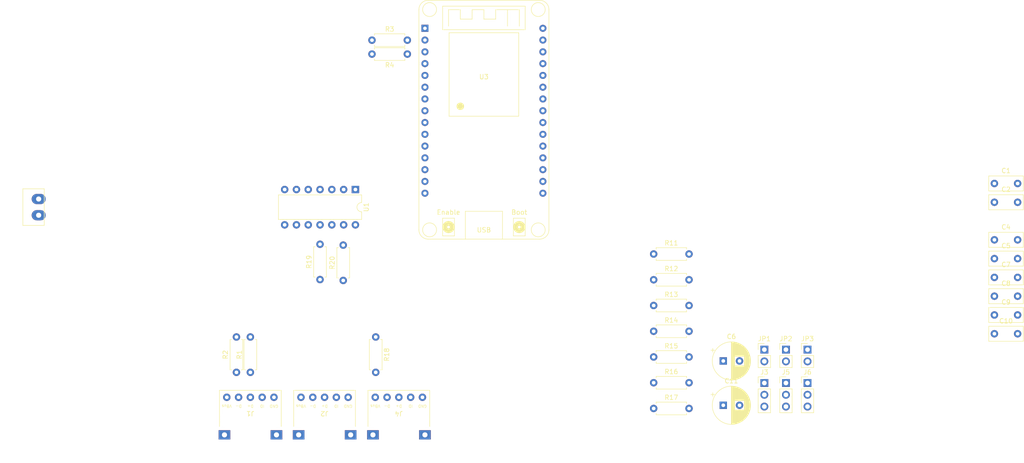
<source format=kicad_pcb>
(kicad_pcb (version 20221018) (generator pcbnew)
  (layers (0 "F.Cu" signal) (31 "B.Cu" signal) (34 "B.Paste" user) (35 "F.Paste" user) (36 "B.SilkS" user "B.Silkscreen") (37 "F.SilkS" user "F.Silkscreen") (38 "B.Mask" user) (39 "F.Mask" user) (44 "Edge.Cuts" user))
  (net 0 "")
  (net 1 "Net-(R1-Pad2)")
  (net 2 "/X_CLOCK_IN")
  (net 3 "Net-(R2-Pad2)")
  (net 4 "/X_DATA")
  (net 5 "Net-(J1-VBUS)")
  (net 6 "/Y_CLOCK_IN")
  (net 7 "GND")
  (net 8 "/Y_DATA")
  (net 9 "+5V")
  (net 10 "Net-(J2-VBUS)")
  (net 11 "Net-(J4-VBUS)")
  (net 12 "+3V3")
  (net 28 "Net-(R15-Pad2)")
  (net 29 "/Z_CLOCK_IN")
  (net 30 "Net-(R16-Pad2)")
  (net 31 "/Z_DATA")
  (net 32 "Net-(R19-Pad2)")
  (net 33 "Net-(R20-Pad2)")
  (net 34 "/X_D")
  (net 35 "/X_CLK")
  (net 37 "/Y_D")
  (net 38 "/Y_CLK")
  (net 40 "/Z_D")
  (net 41 "/Z_CLK")
  (net 43 "/Y_CLOCK_OUT")
  (net 44 "/Z_CLOCK_OUT")
  (net 45 "/X_CLOCK_OUT")
  (net 46 "/SEN_VP")
  (net 47 "/SEN_VN")
  (footprint "Capacitor_THT:C_Rect_L7.2mm_W3.0mm_P5.00mm_FKS2_FKP2_MKS2_MKP2" (layer "F.Cu") (at 276.93 74.89)
    (fp_text reference "C4" (at 2.5 -2.75) (layer "F.SilkS"))
    (fp_text value "100n")
    (pad "1" thru_hole circle (at 0 0) (size 1.6 1.6) (drill 0.8) (layers "*.Cu" "*.Mask") (net 12 "+3V3"))
    (pad "2" thru_hole circle (at 5 0) (size 1.6 1.6) (drill 0.8) (layers "*.Cu" "*.Mask") (net 7 "GND"))
  )
  (footprint "Capacitor_THT:CP_Radial_D8.0mm_P3.50mm" (layer "F.Cu") (at 218.534698 101.01)
    (fp_text reference "C6" (at 1.75 -5.25) (layer "F.SilkS"))
    (fp_text value "47u")
    (pad "1" thru_hole rect (at 0 0) (size 1.6 1.6) (drill 0.8) (layers "*.Cu" "*.Mask") (net 9 "+5V"))
    (pad "2" thru_hole circle (at 3.5 0) (size 1.6 1.6) (drill 0.8) (layers "*.Cu" "*.Mask") (net 7 "GND"))
  )
  (footprint "Resistor_THT:R_Axial_DIN0207_L6.3mm_D2.5mm_P7.62mm_Horizontal" (layer "F.Cu") (at 203.54 89.05)
    (fp_text reference "R13" (at 3.81 -2.37) (layer "F.SilkS"))
    (fp_text value "47K")
    (pad "1" thru_hole circle (at 0 0) (size 1.6 1.6) (drill 0.8) (layers "*.Cu" "*.Mask") (net 38 "/Y_CLK"))
    (pad "2" thru_hole oval (at 7.62 0) (size 1.6 1.6) (drill 0.8) (layers "*.Cu" "*.Mask") (net 10 "Net-(J2-VBUS)"))
  )
  (footprint "Capacitor_THT:C_Rect_L7.2mm_W3.0mm_P5.00mm_FKS2_FKP2_MKS2_MKP2" (layer "F.Cu") (at 276.93 78.94)
    (fp_text reference "C5" (at 2.5 -2.75) (layer "F.SilkS"))
    (fp_text value "100n")
    (pad "1" thru_hole circle (at 0 0) (size 1.6 1.6) (drill 0.8) (layers "*.Cu" "*.Mask") (net 12 "+3V3"))
    (pad "2" thru_hole circle (at 5 0) (size 1.6 1.6) (drill 0.8) (layers "*.Cu" "*.Mask") (net 7 "GND"))
  )
  (footprint "MicroUSB-Breakout:MicroUSB" (layer "F.Cu") (at 148.66 108.84 90)
    (fp_text reference "J4" (at -3.5 0 180 unlocked) (layer "F.SilkS"))
    (fp_text value "USB_B_Micro" hide)
    (fp_text user "D-" (at -1.905 -2.54 180 unlocked) (layer "F.SilkS") (effects (font (size 0.6 0.6) (thickness 0.0875))))
    (fp_text user "GND" (at -1.905 5.08 180 unlocked) (layer "F.SilkS") (effects (font (size 0.6 0.6) (thickness 0.0875))))
    (fp_text user "D+" (at -1.905 0 180 unlocked) (layer "F.SilkS") (effects (font (size 0.6 0.6) (thickness 0.0875))))
    (fp_text user "VBus" (at -1.905 -5.08 180 unlocked) (layer "F.SilkS") (effects (font (size 0.6 0.6) (thickness 0.0875))))
    (fp_text user "ID" (at -1.905 2.54 180 unlocked) (layer "F.SilkS") (effects (font (size 0.6 0.6) (thickness 0.0875))))
    (pad "" np_thru_hole circle (at -4.8 -4.5 90) (size 3 3) (drill 3) (layers "F&B.Cu" "*.Mask"))
    (pad "" np_thru_hole circle (at -4.8 4.5 90) (size 3 3) (drill 3) (layers "F&B.Cu" "*.Mask"))
    (pad "1" thru_hole circle (at 0 -5.08 90) (size 1.6 1.6) (drill 0.8) (layers "*.Cu" "*.Mask") (net 11 "Net-(J4-VBUS)"))
    (pad "2" thru_hole circle (at 0 -2.54 90) (size 1.6 1.6) (drill 0.8) (layers "*.Cu" "*.Mask") (net 40 "/Z_D"))
    (pad "3" thru_hole circle (at 0 0 90) (size 1.6 1.6) (drill 0.8) (layers "*.Cu" "*.Mask") (net 41 "/Z_CLK"))
    (pad "4" thru_hole circle (at 0 2.54 90) (size 1.6 1.6) (drill 0.8) (layers "*.Cu" "*.Mask"))
    (pad "5" thru_hole circle (at 0 5.08 90) (size 1.6 1.6) (drill 0.8) (layers "*.Cu" "*.Mask") (net 7 "GND"))
    (pad "6" thru_hole rect (at -8.1 -5.58 90) (size 2 2.5) (drill 1.1) (layers "*.Cu" "*.Mask") (net 7 "GND"))
    (pad "6" thru_hole rect (at -8.1 5.62 90) (size 2 2.5) (drill 1.1) (layers "*.Cu" "*.Mask") (net 7 "GND"))
  )
  (footprint "Resistor_THT:R_Axial_DIN0207_L6.3mm_D2.5mm_P7.62mm_Horizontal" (layer "F.Cu") (at 113.68 103.46 90)
    (fp_text reference "R2" (at 3.81 -2.37 90) (layer "F.SilkS"))
    (fp_text value "4K7")
    (pad "1" thru_hole circle (at 0 0 90) (size 1.6 1.6) (drill 0.8) (layers "*.Cu" "*.Mask") (net 34 "/X_D"))
    (pad "2" thru_hole oval (at 7.62 0 90) (size 1.6 1.6) (drill 0.8) (layers "*.Cu" "*.Mask") (net 3 "Net-(R2-Pad2)"))
  )
  (footprint "Resistor_THT:R_Axial_DIN0207_L6.3mm_D2.5mm_P7.62mm_Horizontal" (layer "F.Cu") (at 203.54 83.5)
    (fp_text reference "R12" (at 3.81 -2.37) (layer "F.SilkS"))
    (fp_text value "47K")
    (pad "1" thru_hole circle (at 0 0) (size 1.6 1.6) (drill 0.8) (layers "*.Cu" "*.Mask") (net 34 "/X_D"))
    (pad "2" thru_hole oval (at 7.62 0) (size 1.6 1.6) (drill 0.8) (layers "*.Cu" "*.Mask") (net 5 "Net-(J1-VBUS)"))
  )
  (footprint "Capacitor_THT:C_Rect_L7.2mm_W3.0mm_P5.00mm_FKS2_FKP2_MKS2_MKP2" (layer "F.Cu") (at 276.93 62.74)
    (fp_text reference "C1" (at 2.5 -2.75) (layer "F.SilkS"))
    (fp_text value "100n")
    (pad "1" thru_hole circle (at 0 0) (size 1.6 1.6) (drill 0.8) (layers "*.Cu" "*.Mask") (net 12 "+3V3"))
    (pad "2" thru_hole circle (at 5 0) (size 1.6 1.6) (drill 0.8) (layers "*.Cu" "*.Mask") (net 7 "GND"))
  )
  (footprint "Connector_PinHeader_2.54mm:PinHeader_1x03_P2.54mm_Vertical" (layer "F.Cu") (at 227.38 105.76)
    (fp_text reference "J3" (at 0 -2.33) (layer "F.SilkS"))
    (fp_text value "Conn_01x03")
    (pad "1" thru_hole rect (at 0 0) (size 1.7 1.7) (drill 1) (layers "*.Cu" "*.Mask") (net 9 "+5V"))
    (pad "2" thru_hole oval (at 0 2.54) (size 1.7 1.7) (drill 1) (layers "*.Cu" "*.Mask") (net 10 "Net-(J2-VBUS)"))
    (pad "3" thru_hole oval (at 0 5.08) (size 1.7 1.7) (drill 1) (layers "*.Cu" "*.Mask") (net 12 "+3V3"))
  )
  (footprint "Connector_PinHeader_2.54mm:PinHeader_1x03_P2.54mm_Vertical" (layer "F.Cu") (at 236.68 105.76)
    (fp_text reference "J6" (at 0 -2.33) (layer "F.SilkS"))
    (fp_text value "Conn_01x03")
    (pad "1" thru_hole rect (at 0 0) (size 1.7 1.7) (drill 1) (layers "*.Cu" "*.Mask") (net 9 "+5V"))
    (pad "2" thru_hole oval (at 0 2.54) (size 1.7 1.7) (drill 1) (layers "*.Cu" "*.Mask") (net 11 "Net-(J4-VBUS)"))
    (pad "3" thru_hole oval (at 0 5.08) (size 1.7 1.7) (drill 1) (layers "*.Cu" "*.Mask") (net 12 "+3V3"))
  )
  (footprint "Capacitor_THT:C_Rect_L7.2mm_W3.0mm_P5.00mm_FKS2_FKP2_MKS2_MKP2" (layer "F.Cu") (at 276.93 66.79)
    (fp_text reference "C2" (at 2.5 -2.75) (layer "F.SilkS"))
    (fp_text value "100n")
    (pad "1" thru_hole circle (at 0 0) (size 1.6 1.6) (drill 0.8) (layers "*.Cu" "*.Mask") (net 5 "Net-(J1-VBUS)"))
    (pad "2" thru_hole circle (at 5 0) (size 1.6 1.6) (drill 0.8) (layers "*.Cu" "*.Mask") (net 7 "GND"))
  )
  (footprint "MicroUSB-Breakout:MicroUSB" (layer "F.Cu") (at 116.68 108.84 90)
    (fp_text reference "J1" (at -3.5 0 180 unlocked) (layer "F.SilkS"))
    (fp_text value "USB_B_Micro" hide)
    (fp_text user "ID" (at -1.905 2.54 180 unlocked) (layer "F.SilkS") (effects (font (size 0.6 0.6) (thickness 0.0875))))
    (fp_text user "GND" (at -1.905 5.08 180 unlocked) (layer "F.SilkS") (effects (font (size 0.6 0.6) (thickness 0.0875))))
    (fp_text user "VBus" (at -1.905 -5.08 180 unlocked) (layer "F.SilkS") (effects (font (size 0.6 0.6) (thickness 0.0875))))
    (fp_text user "D+" (at -1.905 0 180 unlocked) (layer "F.SilkS") (effects (font (size 0.6 0.6) (thickness 0.0875))))
    (fp_text user "D-" (at -1.905 -2.54 180 unlocked) (layer "F.SilkS") (effects (font (size 0.6 0.6) (thickness 0.0875))))
    (pad "" np_thru_hole circle (at -4.8 -4.5 90) (size 3 3) (drill 3) (layers "F&B.Cu" "*.Mask"))
    (pad "" np_thru_hole circle (at -4.8 4.5 90) (size 3 3) (drill 3) (layers "F&B.Cu" "*.Mask"))
    (pad "1" thru_hole circle (at 0 -5.08 90) (size 1.6 1.6) (drill 0.8) (layers "*.Cu" "*.Mask") (net 5 "Net-(J1-VBUS)"))
    (pad "2" thru_hole circle (at 0 -2.54 90) (size 1.6 1.6) (drill 0.8) (layers "*.Cu" "*.Mask") (net 34 "/X_D"))
    (pad "3" thru_hole circle (at 0 0 90) (size 1.6 1.6) (drill 0.8) (layers "*.Cu" "*.Mask") (net 35 "/X_CLK"))
    (pad "4" thru_hole circle (at 0 2.54 90) (size 1.6 1.6) (drill 0.8) (layers "*.Cu" "*.Mask"))
    (pad "5" thru_hole circle (at 0 5.08 90) (size 1.6 1.6) (drill 0.8) (layers "*.Cu" "*.Mask") (net 7 "GND"))
    (pad "6" thru_hole rect (at -8.1 -5.58 90) (size 2 2.5) (drill 1.1) (layers "*.Cu" "*.Mask") (net 7 "GND"))
    (pad "6" thru_hole rect (at -8.1 5.62 90) (size 2 2.5) (drill 1.1) (layers "*.Cu" "*.Mask") (net 7 "GND"))
  )
  (footprint "Capacitor_THT:C_Rect_L7.2mm_W3.0mm_P5.00mm_FKS2_FKP2_MKS2_MKP2" (layer "F.Cu") (at 276.93 91.09)
    (fp_text reference "C9" (at 2.5 -2.75) (layer "F.SilkS"))
    (fp_text value "100n")
    (pad "1" thru_hole circle (at 0 0) (size 1.6 1.6) (drill 0.8) (layers "*.Cu" "*.Mask") (net 10 "Net-(J2-VBUS)"))
    (pad "2" thru_hole circle (at 5 0) (size 1.6 1.6) (drill 0.8) (layers "*.Cu" "*.Mask") (net 7 "GND"))
  )
  (footprint "Package_DIP:DIP-14_W7.62mm" (layer "F.Cu") (at 139.305 64.04 -90)
    (fp_text reference "U1" (at 3.81 -2.33 90) (layer "F.SilkS"))
    (fp_text value "74HC14")
    (pad "1" thru_hole rect (at 0 0 270) (size 1.6 1.6) (drill 0.8) (layers "*.Cu" "*.Mask") (net 1 "Net-(R1-Pad2)"))
    (pad "2" thru_hole oval (at 0 2.54 270) (size 1.6 1.6) (drill 0.8) (layers "*.Cu" "*.Mask") (net 2 "/X_CLOCK_IN"))
    (pad "3" thru_hole oval (at 0 5.08 270) (size 1.6 1.6) (drill 0.8) (layers "*.Cu" "*.Mask") (net 3 "Net-(R2-Pad2)"))
    (pad "4" thru_hole oval (at 0 7.62 270) (size 1.6 1.6) (drill 0.8) (layers "*.Cu" "*.Mask") (net 4 "/X_DATA"))
    (pad "5" thru_hole oval (at 0 10.16 270) (size 1.6 1.6) (drill 0.8) (layers "*.Cu" "*.Mask") (net 28 "Net-(R15-Pad2)"))
    (pad "6" thru_hole oval (at 0 12.7 270) (size 1.6 1.6) (drill 0.8) (layers "*.Cu" "*.Mask") (net 6 "/Y_CLOCK_IN"))
    (pad "7" thru_hole oval (at 0 15.24 270) (size 1.6 1.6) (drill 0.8) (layers "*.Cu" "*.Mask") (net 7 "GND"))
    (pad "8" thru_hole oval (at 7.62 15.24 270) (size 1.6 1.6) (drill 0.8) (layers "*.Cu" "*.Mask") (net 8 "/Y_DATA"))
    (pad "9" thru_hole oval (at 7.62 12.7 270) (size 1.6 1.6) (drill 0.8) (layers "*.Cu" "*.Mask") (net 30 "Net-(R16-Pad2)"))
    (pad "10" thru_hole oval (at 7.62 10.16 270) (size 1.6 1.6) (drill 0.8) (layers "*.Cu" "*.Mask") (net 29 "/Z_CLOCK_IN"))
    (pad "11" thru_hole oval (at 7.62 7.62 270) (size 1.6 1.6) (drill 0.8) (layers "*.Cu" "*.Mask") (net 32 "Net-(R19-Pad2)"))
    (pad "12" thru_hole oval (at 7.62 5.08 270) (size 1.6 1.6) (drill 0.8) (layers "*.Cu" "*.Mask") (net 31 "/Z_DATA"))
    (pad "13" thru_hole oval (at 7.62 2.54 270) (size 1.6 1.6) (drill 0.8) (layers "*.Cu" "*.Mask") (net 33 "Net-(R20-Pad2)"))
    (pad "14" thru_hole oval (at 7.62 0 270) (size 1.6 1.6) (drill 0.8) (layers "*.Cu" "*.Mask") (net 12 "+3V3"))
  )
  (footprint "Capacitor_THT:C_Rect_L7.2mm_W3.0mm_P5.00mm_FKS2_FKP2_MKS2_MKP2" (layer "F.Cu") (at 276.93 82.99)
    (fp_text reference "C7" (at 2.5 -2.75) (layer "F.SilkS"))
    (fp_text value "100n")
    (pad "1" thru_hole circle (at 0 0) (size 1.6 1.6) (drill 0.8) (layers "*.Cu" "*.Mask") (net 9 "+5V"))
    (pad "2" thru_hole circle (at 5 0) (size 1.6 1.6) (drill 0.8) (layers "*.Cu" "*.Mask") (net 7 "GND"))
  )
  (footprint "Capacitor_THT:C_Rect_L7.2mm_W3.0mm_P5.00mm_FKS2_FKP2_MKS2_MKP2" (layer "F.Cu") (at 276.93 95.14)
    (fp_text reference "C10" (at 2.5 -2.75) (layer "F.SilkS"))
    (fp_text value "100n")
    (pad "1" thru_hole circle (at 0 0) (size 1.6 1.6) (drill 0.8) (layers "*.Cu" "*.Mask") (net 11 "Net-(J4-VBUS)"))
    (pad "2" thru_hole circle (at 5 0) (size 1.6 1.6) (drill 0.8) (layers "*.Cu" "*.Mask") (net 7 "GND"))
  )
  (footprint "Resistor_THT:R_Axial_DIN0207_L6.3mm_D2.5mm_P7.62mm_Horizontal" (layer "F.Cu") (at 203.54 111.25)
    (fp_text reference "R17" (at 3.81 -2.37) (layer "F.SilkS"))
    (fp_text value "47K")
    (pad "1" thru_hole circle (at 0 0) (size 1.6 1.6) (drill 0.8) (layers "*.Cu" "*.Mask") (net 41 "/Z_CLK"))
    (pad "2" thru_hole oval (at 7.62 0) (size 1.6 1.6) (drill 0.8) (layers "*.Cu" "*.Mask") (net 11 "Net-(J4-VBUS)"))
  )
  (footprint "Resistor_THT:R_Axial_DIN0207_L6.3mm_D2.5mm_P7.62mm_Horizontal" (layer "F.Cu") (at 131.68 83.46 90)
    (fp_text reference "R19" (at 3.81 -2.37 90) (layer "F.SilkS"))
    (fp_text value "4K7")
    (pad "1" thru_hole circle (at 0 0 90) (size 1.6 1.6) (drill 0.8) (layers "*.Cu" "*.Mask") (net 41 "/Z_CLK"))
    (pad "2" thru_hole oval (at 7.62 0 90) (size 1.6 1.6) (drill 0.8) (layers "*.Cu" "*.Mask") (net 32 "Net-(R19-Pad2)"))
  )
  (footprint "Connector_PinHeader_2.54mm:PinHeader_1x02_P2.54mm_Vertical" (layer "F.Cu") (at 227.38 98.56)
    (fp_text reference "JP1" (at 0 -2.33) (layer "F.SilkS"))
    (fp_text value "Jumper_2_Open")
    (pad "1" thru_hole rect (at 0 0) (size 1.7 1.7) (drill 1) (layers "*.Cu" "*.Mask") (net 38 "/Y_CLK"))
    (pad "2" thru_hole oval (at 0 2.54) (size 1.7 1.7) (drill 1) (layers "*.Cu" "*.Mask") (net 43 "/Y_CLOCK_OUT"))
  )
  (footprint "Resistor_THT:R_Axial_DIN0207_L6.3mm_D2.5mm_P7.62mm_Horizontal" (layer "F.Cu") (at 116.68 103.46 90)
    (fp_text reference "R1" (at 3.81 -2.37 90) (layer "F.SilkS"))
    (fp_text value "4K7")
    (pad "1" thru_hole circle (at 0 0 90) (size 1.6 1.6) (drill 0.8) (layers "*.Cu" "*.Mask") (net 35 "/X_CLK"))
    (pad "2" thru_hole oval (at 7.62 0 90) (size 1.6 1.6) (drill 0.8) (layers "*.Cu" "*.Mask") (net 1 "Net-(R1-Pad2)"))
  )
  (footprint "ESP32-Devkit-V1:esp32_devkit_v1_doit" (layer "F.Cu") (at 166.98 29.28)
    (fp_text reference "U3" (at 0 10.47) (layer "F.SilkS"))
    (fp_text value "ESP32_DevKit_V1_DOIT")
    (fp_text user "Boot" (at 7.62 39.68) (layer "F.SilkS"))
    (fp_text user "USB" (at 0 43.49) (layer "F.SilkS"))
    (fp_text user "Enable" (at -7.62 39.68) (layer "F.SilkS"))
    (pad "1" thru_hole rect (at -12.7 0) (size 1.524 1.524) (drill 0.762) (layers "*.Cu" "*.Mask"))
    (pad "2" thru_hole circle (at -12.7 2.54) (size 1.524 1.524) (drill 0.762) (layers "*.Cu" "*.Mask") (net 46 "/SEN_VP"))
    (pad "3" thru_hole circle (at -12.7 5.08) (size 1.524 1.524) (drill 0.762) (layers "*.Cu" "*.Mask") (net 47 "/SEN_VN"))
    (pad "4" thru_hole circle (at -12.7 7.62) (size 1.524 1.524) (drill 0.762) (layers "*.Cu" "*.Mask"))
    (pad "5" thru_hole circle (at -12.7 10.16) (size 1.524 1.524) (drill 0.762) (layers "*.Cu" "*.Mask") (net 29 "/Z_CLOCK_IN"))
    (pad "6" thru_hole circle (at -12.7 12.7) (size 1.524 1.524) (drill 0.762) (layers "*.Cu" "*.Mask") (net 6 "/Y_CLOCK_IN"))
    (pad "7" thru_hole circle (at -12.7 15.24) (size 1.524 1.524) (drill 0.762) (layers "*.Cu" "*.Mask") (net 2 "/X_CLOCK_IN"))
    (pad "8" thru_hole circle (at -12.7 17.78) (size 1.524 1.524) (drill 0.762) (layers "*.Cu" "*.Mask") (net 45 "/X_CLOCK_OUT"))
    (pad "9" thru_hole circle (at -12.7 20.32) (size 1.524 1.524) (drill 0.762) (layers "*.Cu" "*.Mask") (net 4 "/X_DATA"))
    (pad "10" thru_hole circle (at -12.7 22.86) (size 1.524 1.524) (drill 0.762) (layers "*.Cu" "*.Mask") (net 43 "/Y_CLOCK_OUT"))
    (pad "11" thru_hole circle (at -12.7 25.4) (size 1.524 1.524) (drill 0.762) (layers "*.Cu" "*.Mask"))
    (pad "12" thru_hole circle (at -12.7 27.94) (size 1.524 1.524) (drill 0.762) (layers "*.Cu" "*.Mask"))
    (pad "13" thru_hole circle (at -12.7 30.48) (size 1.524 1.524) (drill 0.762) (layers "*.Cu" "*.Mask"))
    (pad "14" thru_hole circle (at -12.7 33.02) (size 1.524 1.524) (drill 0.762) (layers "*.Cu" "*.Mask") (net 7 "GND"))
    (pad "15" thru_hole circle (at -12.7 35.56) (size 1.524 1.524) (drill 0.762) (layers "*.Cu" "*.Mask") (net 9 "+5V"))
    (pad "16" thru_hole circle (at 12.7 35.56) (size 1.524 1.524) (drill 0.762) (layers "*.Cu" "*.Mask") (net 12 "+3V3"))
    (pad "17" thru_hole circle (at 12.7 33.02) (size 1.524 1.524) (drill 0.762) (layers "*.Cu" "*.Mask") (net 7 "GND"))
    (pad "18" thru_hole circle (at 12.7 30.48) (size 1.524 1.524) (drill 0.762) (layers "*.Cu" "*.Mask"))
    (pad "19" thru_hole circle (at 12.7 27.94) (size 1.524 1.524) (drill 0.762) (layers "*.Cu" "*.Mask"))
    (pad "20" thru_hole circle (at 12.7 25.4) (size 1.524 1.524) (drill 0.762) (layers "*.Cu" "*.Mask") (net 8 "/Y_DATA"))
    (pad "21" thru_hole circle (at 12.7 22.86) (size 1.524 1.524) (drill 0.762) (layers "*.Cu" "*.Mask") (net 44 "/Z_CLOCK_OUT"))
    (pad "22" thru_hole circle (at 12.7 20.32) (size 1.524 1.524) (drill 0.762) (layers "*.Cu" "*.Mask") (net 31 "/Z_DATA"))
    (pad "23" thru_hole circle (at 12.7 17.78) (size 1.524 1.524) (drill 0.762) (layers "*.Cu" "*.Mask"))
    (pad "24" thru_hole circle (at 12.7 15.24) (size 1.524 1.524) (drill 0.762) (layers "*.Cu" "*.Mask"))
    (pad "25" thru_hole circle (at 12.7 12.7) (size 1.524 1.524) (drill 0.762) (layers "*.Cu" "*.Mask"))
    (pad "26" thru_hole circle (at 12.7 10.16) (size 1.524 1.524) (drill 0.762) (layers "*.Cu" "*.Mask"))
    (pad "27" thru_hole circle (at 12.7 7.62) (size 1.524 1.524) (drill 0.762) (layers "*.Cu" "*.Mask"))
    (pad "28" thru_hole circle (at 12.7 5.08) (size 1.524 1.524) (drill 0.762) (layers "*.Cu" "*.Mask"))
    (pad "29" thru_hole circle (at 12.7 2.54) (size 1.524 1.524) (drill 0.762) (layers "*.Cu" "*.Mask"))
    (pad "30" thru_hole circle (at 12.7 0) (size 1.524 1.524) (drill 0.762) (layers "*.Cu" "*.Mask"))
  )
  (footprint "Resistor_THT:R_Axial_DIN0207_L6.3mm_D2.5mm_P7.62mm_Horizontal" (layer "F.Cu") (at 203.54 77.95)
    (fp_text reference "R11" (at 3.81 -2.37) (layer "F.SilkS"))
    (fp_text value "47K")
    (pad "1" thru_hole circle (at 0 0) (size 1.6 1.6) (drill 0.8) (layers "*.Cu" "*.Mask") (net 35 "/X_CLK"))
    (pad "2" thru_hole oval (at 7.62 0) (size 1.6 1.6) (drill 0.8) (layers "*.Cu" "*.Mask") (net 5 "Net-(J1-VBUS)"))
  )
  (footprint "Resistor_THT:R_Axial_DIN0207_L6.3mm_D2.5mm_P7.62mm_Horizontal" (layer "F.Cu") (at 143.68 95.84 -90)
    (fp_text reference "R18" (at 3.81 -2.37 90) (layer "F.SilkS"))
    (fp_text value "47K")
    (pad "1" thru_hole circle (at 0 0 270) (size 1.6 1.6) (drill 0.8) (layers "*.Cu" "*.Mask") (net 40 "/Z_D"))
    (pad "2" thru_hole oval (at 7.62 0 270) (size 1.6 1.6) (drill 0.8) (layers "*.Cu" "*.Mask") (net 11 "Net-(J4-VBUS)"))
  )
  (footprint "Connector_PinHeader_2.54mm:PinHeader_1x02_P2.54mm_Vertical" (layer "F.Cu") (at 236.68 98.56)
    (fp_text reference "JP3" (at 0 -2.33) (layer "F.SilkS"))
    (fp_text value "Jumper_2_Open")
    (pad "1" thru_hole rect (at 0 0) (size 1.7 1.7) (drill 1) (layers "*.Cu" "*.Mask") (net 35 "/X_CLK"))
    (pad "2" thru_hole oval (at 0 2.54) (size 1.7 1.7) (drill 1) (layers "*.Cu" "*.Mask") (net 45 "/X_CLOCK_OUT"))
  )
  (footprint "Resistor_THT:R_Axial_DIN0207_L6.3mm_D2.5mm_P7.62mm_Horizontal" (layer "F.Cu") (at 150.49 34.84 180)
    (fp_text reference "R4" (at 3.81 -2.37) (layer "F.SilkS"))
    (fp_text value "4K7")
    (pad "1" thru_hole circle (at 0 0 180) (size 1.6 1.6) (drill 0.8) (layers "*.Cu" "*.Mask") (net 47 "/SEN_VN"))
    (pad "2" thru_hole oval (at 7.62 0 180) (size 1.6 1.6) (drill 0.8) (layers "*.Cu" "*.Mask") (net 7 "GND"))
  )
  (footprint "MicroUSB-Breakout:MicroUSB" (layer "F.Cu") (at 132.66 108.84 90)
    (fp_text reference "J2" (at -3.5 0 180 unlocked) (layer "F.SilkS"))
    (fp_text value "USB_B_Micro" hide)
    (fp_text user "D-" (at -1.905 -2.54 180 unlocked) (layer "F.SilkS") (effects (font (size 0.6 0.6) (thickness 0.0875))))
    (fp_text user "VBus" (at -1.905 -5.08 180 unlocked) (layer "F.SilkS") (effects (font (size 0.6 0.6) (thickness 0.0875))))
    (fp_text user "ID" (at -1.905 2.54 180 unlocked) (layer "F.SilkS") (effects (font (size 0.6 0.6) (thickness 0.0875))))
    (fp_text user "D+" (at -1.905 0 180 unlocked) (layer "F.SilkS") (effects (font (size 0.6 0.6) (thickness 0.0875))))
    (fp_text user "GND" (at -1.905 5.08 180 unlocked) (layer "F.SilkS") (effects (font (size 0.6 0.6) (thickness 0.0875))))
    (pad "" np_thru_hole circle (at -4.8 -4.5 90) (size 3 3) (drill 3) (layers "F&B.Cu" "*.Mask"))
    (pad "" np_thru_hole circle (at -4.8 4.5 90) (size 3 3) (drill 3) (layers "F&B.Cu" "*.Mask"))
    (pad "1" thru_hole circle (at 0 -5.08 90) (size 1.6 1.6) (drill 0.8) (layers "*.Cu" "*.Mask") (net 10 "Net-(J2-VBUS)"))
    (pad "2" thru_hole circle (at 0 -2.54 90) (size 1.6 1.6) (drill 0.8) (layers "*.Cu" "*.Mask") (net 37 "/Y_D"))
    (pad "3" thru_hole circle (at 0 0 90) (size 1.6 1.6) (drill 0.8) (layers "*.Cu" "*.Mask") (net 38 "/Y_CLK"))
    (pad "4" thru_hole circle (at 0 2.54 90) (size 1.6 1.6) (drill 0.8) (layers "*.Cu" "*.Mask"))
    (pad "5" thru_hole circle (at 0 5.08 90) (size 1.6 1.6) (drill 0.8) (layers "*.Cu" "*.Mask") (net 7 "GND"))
    (pad "6" thru_hole rect (at -8.1 -5.58 90) (size 2 2.5) (drill 1.1) (layers "*.Cu" "*.Mask") (net 7 "GND"))
    (pad "6" thru_hole rect (at -8.1 5.62 90) (size 2 2.5) (drill 1.1) (layers "*.Cu" "*.Mask") (net 7 "GND"))
  )
  (footprint "Capacitor_THT:CP_Radial_D8.0mm_P3.50mm" (layer "F.Cu") (at 218.534698 110.56)
    (fp_text reference "C11" (at 1.75 -5.25) (layer "F.SilkS"))
    (fp_text value "47u")
    (pad "1" thru_hole rect (at 0 0) (size 1.6 1.6) (drill 0.8) (layers "*.Cu" "*.Mask") (net 12 "+3V3"))
    (pad "2" thru_hole circle (at 3.5 0) (size 1.6 1.6) (drill 0.8) (layers "*.Cu" "*.Mask") (net 7 "GND"))
  )
  (footprint "Connector_PinHeader_2.54mm:PinHeader_1x02_P2.54mm_Vertical" (layer "F.Cu") (at 232.03 98.56)
    (fp_text reference "JP2" (at 0 -2.33) (layer "F.SilkS"))
    (fp_text value "Jumper_2_Open")
    (pad "1" thru_hole rect (at 0 0) (size 1.7 1.7) (drill 1) (layers "*.Cu" "*.Mask") (net 41 "/Z_CLK"))
    (pad "2" thru_hole oval (at 0 2.54) (size 1.7 1.7) (drill 1) (layers "*.Cu" "*.Mask") (net 44 "/Z_CLOCK_OUT"))
  )
  (footprint "2EDGK:2EDGR-2P" (layer "F.Cu") (at 71.08 66.09)
    (fp_text reference "TB1" hide)
    (fp_text value "2EDGR-2P" hide)
    (pad "1" thru_hole oval (at 0 0) (size 3 2.2) (drill 1.1) (layers "*.Cu" "*.Mask") (net 7 "GND"))
    (pad "2" thru_hole oval (at 0 3.5) (size 3 2.2) (drill 1.1) (layers "*.Cu" "*.Mask") (net 9 "+5V"))
  )
  (footprint "Resistor_THT:R_Axial_DIN0207_L6.3mm_D2.5mm_P7.62mm_Horizontal" (layer "F.Cu") (at 136.68 83.65 90)
    (fp_text reference "R20" (at 3.81 -2.37 90) (layer "F.SilkS"))
    (fp_text value "4K7")
    (pad "1" thru_hole circle (at 0 0 90) (size 1.6 1.6) (drill 0.8) (layers "*.Cu" "*.Mask") (net 40 "/Z_D"))
    (pad "2" thru_hole oval (at 7.62 0 90) (size 1.6 1.6) (drill 0.8) (layers "*.Cu" "*.Mask") (net 33 "Net-(R20-Pad2)"))
  )
  (footprint "Resistor_THT:R_Axial_DIN0207_L6.3mm_D2.5mm_P7.62mm_Horizontal" (layer "F.Cu") (at 142.87 31.84)
    (fp_text reference "R3" (at 3.81 -2.37) (layer "F.SilkS"))
    (fp_text value "4K7")
    (pad "1" thru_hole circle (at 0 0) (size 1.6 1.6) (drill 0.8) (layers "*.Cu" "*.Mask") (net 7 "GND"))
    (pad "2" thru_hole oval (at 7.62 0) (size 1.6 1.6) (drill 0.8) (layers "*.Cu" "*.Mask") (net 46 "/SEN_VP"))
  )
  (footprint "Resistor_THT:R_Axial_DIN0207_L6.3mm_D2.5mm_P7.62mm_Horizontal" (layer "F.Cu") (at 203.54 100.15)
    (fp_text reference "R15" (at 3.81 -2.37) (layer "F.SilkS"))
    (fp_text value "4K7")
    (pad "1" thru_hole circle (at 0 0) (size 1.6 1.6) (drill 0.8) (layers "*.Cu" "*.Mask") (net 38 "/Y_CLK"))
    (pad "2" thru_hole oval (at 7.62 0) (size 1.6 1.6) (drill 0.8) (layers "*.Cu" "*.Mask") (net 28 "Net-(R15-Pad2)"))
  )
  (footprint "Resistor_THT:R_Axial_DIN0207_L6.3mm_D2.5mm_P7.62mm_Horizontal" (layer "F.Cu") (at 203.54 94.6)
    (fp_text reference "R14" (at 3.81 -2.37) (layer "F.SilkS"))
    (fp_text value "47K")
    (pad "1" thru_hole circle (at 0 0) (size 1.6 1.6) (drill 0.8) (layers "*.Cu" "*.Mask") (net 37 "/Y_D"))
    (pad "2" thru_hole oval (at 7.62 0) (size 1.6 1.6) (drill 0.8) (layers "*.Cu" "*.Mask") (net 10 "Net-(J2-VBUS)"))
  )
  (footprint "Resistor_THT:R_Axial_DIN0207_L6.3mm_D2.5mm_P7.62mm_Horizontal" (layer "F.Cu") (at 203.54 105.7)
    (fp_text reference "R16" (at 3.81 -2.37) (layer "F.SilkS"))
    (fp_text value "4K7")
    (pad "1" thru_hole circle (at 0 0) (size 1.6 1.6) (drill 0.8) (layers "*.Cu" "*.Mask") (net 37 "/Y_D"))
    (pad "2" thru_hole oval (at 7.62 0) (size 1.6 1.6) (drill 0.8) (layers "*.Cu" "*.Mask") (net 30 "Net-(R16-Pad2)"))
  )
  (footprint "Capacitor_THT:C_Rect_L7.2mm_W3.0mm_P5.00mm_FKS2_FKP2_MKS2_MKP2" (layer "F.Cu") (at 276.93 87.04)
    (fp_text reference "C8" (at 2.5 -2.75) (layer "F.SilkS"))
    (fp_text value "100n")
    (pad "1" thru_hole circle (at 0 0) (size 1.6 1.6) (drill 0.8) (layers "*.Cu" "*.Mask") (net 9 "+5V"))
    (pad "2" thru_hole circle (at 5 0) (size 1.6 1.6) (drill 0.8) (layers "*.Cu" "*.Mask") (net 7 "GND"))
  )
  (footprint "Connector_PinHeader_2.54mm:PinHeader_1x03_P2.54mm_Vertical" (layer "F.Cu") (at 232.03 105.76)
    (fp_text reference "J5" (at 0 -2.33) (layer "F.SilkS"))
    (fp_text value "Conn_01x03")
    (pad "1" thru_hole rect (at 0 0) (size 1.7 1.7) (drill 1) (layers "*.Cu" "*.Mask") (net 9 "+5V"))
    (pad "2" thru_hole oval (at 0 2.54) (size 1.7 1.7) (drill 1) (layers "*.Cu" "*.Mask") (net 5 "Net-(J1-VBUS)"))
    (pad "3" thru_hole oval (at 0 5.08) (size 1.7 1.7) (drill 1) (layers "*.Cu" "*.Mask") (net 12 "+3V3"))
  )
)
</source>
